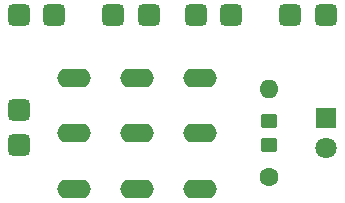
<source format=gbr>
%TF.GenerationSoftware,KiCad,Pcbnew,8.0.0*%
%TF.CreationDate,2024-05-19T22:30:33-07:00*%
%TF.ProjectId,3DPT-breakout-v2,33445054-2d62-4726-9561-6b6f75742d76,rev?*%
%TF.SameCoordinates,Original*%
%TF.FileFunction,Soldermask,Top*%
%TF.FilePolarity,Negative*%
%FSLAX46Y46*%
G04 Gerber Fmt 4.6, Leading zero omitted, Abs format (unit mm)*
G04 Created by KiCad (PCBNEW 8.0.0) date 2024-05-19 22:30:33*
%MOMM*%
%LPD*%
G01*
G04 APERTURE LIST*
G04 Aperture macros list*
%AMRoundRect*
0 Rectangle with rounded corners*
0 $1 Rounding radius*
0 $2 $3 $4 $5 $6 $7 $8 $9 X,Y pos of 4 corners*
0 Add a 4 corners polygon primitive as box body*
4,1,4,$2,$3,$4,$5,$6,$7,$8,$9,$2,$3,0*
0 Add four circle primitives for the rounded corners*
1,1,$1+$1,$2,$3*
1,1,$1+$1,$4,$5*
1,1,$1+$1,$6,$7*
1,1,$1+$1,$8,$9*
0 Add four rect primitives between the rounded corners*
20,1,$1+$1,$2,$3,$4,$5,0*
20,1,$1+$1,$4,$5,$6,$7,0*
20,1,$1+$1,$6,$7,$8,$9,0*
20,1,$1+$1,$8,$9,$2,$3,0*%
G04 Aperture macros list end*
%ADD10O,2.850000X1.600000*%
%ADD11RoundRect,0.300000X-0.600000X-0.600000X0.600000X-0.600000X0.600000X0.600000X-0.600000X0.600000X0*%
%ADD12RoundRect,0.250000X0.450000X-0.350000X0.450000X0.350000X-0.450000X0.350000X-0.450000X-0.350000X0*%
%ADD13O,1.600000X1.600000*%
%ADD14C,1.600000*%
%ADD15RoundRect,0.300000X0.600000X-0.600000X0.600000X0.600000X-0.600000X0.600000X-0.600000X-0.600000X0*%
%ADD16R,1.800000X1.800000*%
%ADD17C,1.800000*%
G04 APERTURE END LIST*
D10*
%TO.C,SW1*%
X105300000Y-104700000D03*
X105300000Y-100000000D03*
X105300000Y-95300000D03*
X100000000Y-104700000D03*
X100000000Y-100000000D03*
X100000000Y-95300000D03*
X94700000Y-104700000D03*
X94700000Y-100000000D03*
X94700000Y-95300000D03*
%TD*%
D11*
%TO.C,P10*%
X108000000Y-90000000D03*
%TD*%
D12*
%TO.C,R2*%
X111200000Y-99000000D03*
X111200000Y-101000000D03*
%TD*%
D13*
%TO.C,R1*%
X111200000Y-96250000D03*
D14*
X111200000Y-103750000D03*
%TD*%
D11*
%TO.C,P9*%
X113000000Y-90000000D03*
%TD*%
D15*
%TO.C,P8*%
X90000000Y-98000000D03*
%TD*%
D11*
%TO.C,P7*%
X105000000Y-90000000D03*
%TD*%
%TO.C,P6*%
X98000000Y-90000000D03*
%TD*%
%TO.C,P5*%
X90000000Y-90000000D03*
%TD*%
D15*
%TO.C,P4*%
X90000000Y-101000000D03*
%TD*%
D11*
%TO.C,P3*%
X101000000Y-90000000D03*
%TD*%
%TO.C,P2*%
X93000000Y-90000000D03*
%TD*%
%TO.C,P1*%
X116000000Y-90000000D03*
%TD*%
D16*
%TO.C,D1*%
X116000000Y-98725000D03*
D17*
X116000000Y-101265000D03*
%TD*%
M02*

</source>
